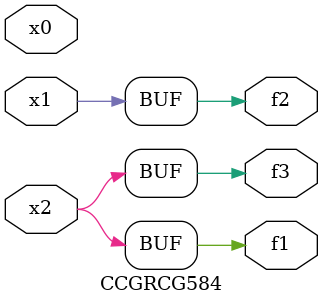
<source format=v>
module CCGRCG584(
	input x0, x1, x2,
	output f1, f2, f3
);
	assign f1 = x2;
	assign f2 = x1;
	assign f3 = x2;
endmodule

</source>
